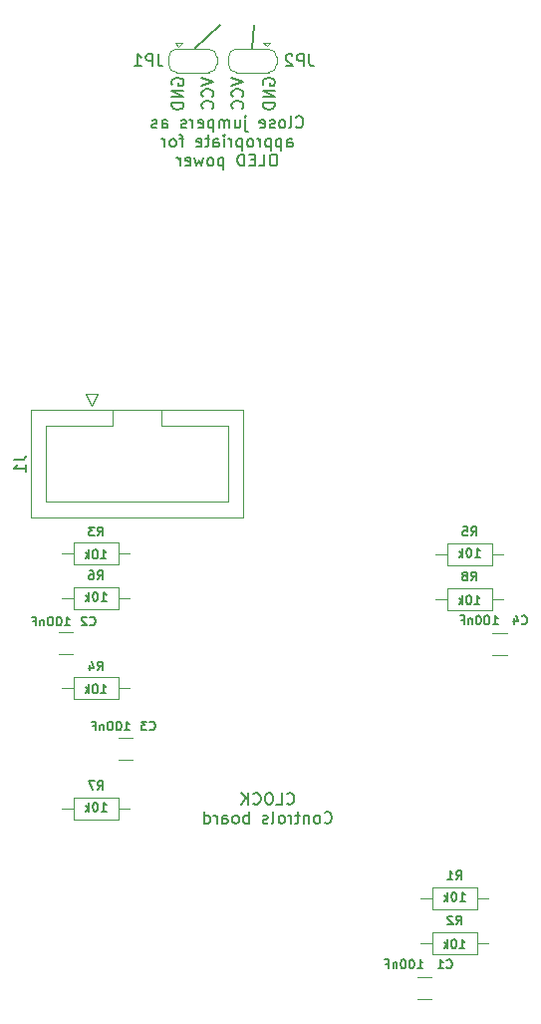
<source format=gbo>
G04 #@! TF.GenerationSoftware,KiCad,Pcbnew,6.0.7-f9a2dced07~116~ubuntu22.04.1*
G04 #@! TF.CreationDate,2022-09-03T08:45:22-04:00*
G04 #@! TF.ProjectId,clock_b2,636c6f63-6b5f-4623-922e-6b696361645f,rev?*
G04 #@! TF.SameCoordinates,Original*
G04 #@! TF.FileFunction,Legend,Bot*
G04 #@! TF.FilePolarity,Positive*
%FSLAX46Y46*%
G04 Gerber Fmt 4.6, Leading zero omitted, Abs format (unit mm)*
G04 Created by KiCad (PCBNEW 6.0.7-f9a2dced07~116~ubuntu22.04.1) date 2022-09-03 08:45:22*
%MOMM*%
%LPD*%
G01*
G04 APERTURE LIST*
%ADD10C,0.150000*%
%ADD11C,0.120000*%
G04 APERTURE END LIST*
D10*
X36415000Y-21090000D02*
X36572000Y-19042000D01*
X31492000Y-21074000D02*
X33651000Y-19042000D01*
X37342000Y-24122095D02*
X37294380Y-24026857D01*
X37294380Y-23884000D01*
X37342000Y-23741142D01*
X37437238Y-23645904D01*
X37532476Y-23598285D01*
X37722952Y-23550666D01*
X37865809Y-23550666D01*
X38056285Y-23598285D01*
X38151523Y-23645904D01*
X38246761Y-23741142D01*
X38294380Y-23884000D01*
X38294380Y-23979238D01*
X38246761Y-24122095D01*
X38199142Y-24169714D01*
X37865809Y-24169714D01*
X37865809Y-23979238D01*
X38294380Y-24598285D02*
X37294380Y-24598285D01*
X38294380Y-25169714D01*
X37294380Y-25169714D01*
X38294380Y-25645904D02*
X37294380Y-25645904D01*
X37294380Y-25884000D01*
X37342000Y-26026857D01*
X37437238Y-26122095D01*
X37532476Y-26169714D01*
X37722952Y-26217333D01*
X37865809Y-26217333D01*
X38056285Y-26169714D01*
X38151523Y-26122095D01*
X38246761Y-26026857D01*
X38294380Y-25884000D01*
X38294380Y-25645904D01*
X34627380Y-23550666D02*
X35627380Y-23884000D01*
X34627380Y-24217333D01*
X35532142Y-25122095D02*
X35579761Y-25074476D01*
X35627380Y-24931619D01*
X35627380Y-24836380D01*
X35579761Y-24693523D01*
X35484523Y-24598285D01*
X35389285Y-24550666D01*
X35198809Y-24503047D01*
X35055952Y-24503047D01*
X34865476Y-24550666D01*
X34770238Y-24598285D01*
X34675000Y-24693523D01*
X34627380Y-24836380D01*
X34627380Y-24931619D01*
X34675000Y-25074476D01*
X34722619Y-25122095D01*
X35532142Y-26122095D02*
X35579761Y-26074476D01*
X35627380Y-25931619D01*
X35627380Y-25836380D01*
X35579761Y-25693523D01*
X35484523Y-25598285D01*
X35389285Y-25550666D01*
X35198809Y-25503047D01*
X35055952Y-25503047D01*
X34865476Y-25550666D01*
X34770238Y-25598285D01*
X34675000Y-25693523D01*
X34627380Y-25836380D01*
X34627380Y-25931619D01*
X34675000Y-26074476D01*
X34722619Y-26122095D01*
X29595000Y-24122095D02*
X29547380Y-24026857D01*
X29547380Y-23884000D01*
X29595000Y-23741142D01*
X29690238Y-23645904D01*
X29785476Y-23598285D01*
X29975952Y-23550666D01*
X30118809Y-23550666D01*
X30309285Y-23598285D01*
X30404523Y-23645904D01*
X30499761Y-23741142D01*
X30547380Y-23884000D01*
X30547380Y-23979238D01*
X30499761Y-24122095D01*
X30452142Y-24169714D01*
X30118809Y-24169714D01*
X30118809Y-23979238D01*
X30547380Y-24598285D02*
X29547380Y-24598285D01*
X30547380Y-25169714D01*
X29547380Y-25169714D01*
X30547380Y-25645904D02*
X29547380Y-25645904D01*
X29547380Y-25884000D01*
X29595000Y-26026857D01*
X29690238Y-26122095D01*
X29785476Y-26169714D01*
X29975952Y-26217333D01*
X30118809Y-26217333D01*
X30309285Y-26169714D01*
X30404523Y-26122095D01*
X30499761Y-26026857D01*
X30547380Y-25884000D01*
X30547380Y-25645904D01*
X39334047Y-85142142D02*
X39381666Y-85189761D01*
X39524523Y-85237380D01*
X39619761Y-85237380D01*
X39762619Y-85189761D01*
X39857857Y-85094523D01*
X39905476Y-84999285D01*
X39953095Y-84808809D01*
X39953095Y-84665952D01*
X39905476Y-84475476D01*
X39857857Y-84380238D01*
X39762619Y-84285000D01*
X39619761Y-84237380D01*
X39524523Y-84237380D01*
X39381666Y-84285000D01*
X39334047Y-84332619D01*
X38429285Y-85237380D02*
X38905476Y-85237380D01*
X38905476Y-84237380D01*
X37905476Y-84237380D02*
X37715000Y-84237380D01*
X37619761Y-84285000D01*
X37524523Y-84380238D01*
X37476904Y-84570714D01*
X37476904Y-84904047D01*
X37524523Y-85094523D01*
X37619761Y-85189761D01*
X37715000Y-85237380D01*
X37905476Y-85237380D01*
X38000714Y-85189761D01*
X38095952Y-85094523D01*
X38143571Y-84904047D01*
X38143571Y-84570714D01*
X38095952Y-84380238D01*
X38000714Y-84285000D01*
X37905476Y-84237380D01*
X36476904Y-85142142D02*
X36524523Y-85189761D01*
X36667380Y-85237380D01*
X36762619Y-85237380D01*
X36905476Y-85189761D01*
X37000714Y-85094523D01*
X37048333Y-84999285D01*
X37095952Y-84808809D01*
X37095952Y-84665952D01*
X37048333Y-84475476D01*
X37000714Y-84380238D01*
X36905476Y-84285000D01*
X36762619Y-84237380D01*
X36667380Y-84237380D01*
X36524523Y-84285000D01*
X36476904Y-84332619D01*
X36048333Y-85237380D02*
X36048333Y-84237380D01*
X35476904Y-85237380D02*
X35905476Y-84665952D01*
X35476904Y-84237380D02*
X36048333Y-84808809D01*
X42524523Y-86752142D02*
X42572142Y-86799761D01*
X42715000Y-86847380D01*
X42810238Y-86847380D01*
X42953095Y-86799761D01*
X43048333Y-86704523D01*
X43095952Y-86609285D01*
X43143571Y-86418809D01*
X43143571Y-86275952D01*
X43095952Y-86085476D01*
X43048333Y-85990238D01*
X42953095Y-85895000D01*
X42810238Y-85847380D01*
X42715000Y-85847380D01*
X42572142Y-85895000D01*
X42524523Y-85942619D01*
X41953095Y-86847380D02*
X42048333Y-86799761D01*
X42095952Y-86752142D01*
X42143571Y-86656904D01*
X42143571Y-86371190D01*
X42095952Y-86275952D01*
X42048333Y-86228333D01*
X41953095Y-86180714D01*
X41810238Y-86180714D01*
X41715000Y-86228333D01*
X41667380Y-86275952D01*
X41619761Y-86371190D01*
X41619761Y-86656904D01*
X41667380Y-86752142D01*
X41715000Y-86799761D01*
X41810238Y-86847380D01*
X41953095Y-86847380D01*
X41191190Y-86180714D02*
X41191190Y-86847380D01*
X41191190Y-86275952D02*
X41143571Y-86228333D01*
X41048333Y-86180714D01*
X40905476Y-86180714D01*
X40810238Y-86228333D01*
X40762619Y-86323571D01*
X40762619Y-86847380D01*
X40429285Y-86180714D02*
X40048333Y-86180714D01*
X40286428Y-85847380D02*
X40286428Y-86704523D01*
X40238809Y-86799761D01*
X40143571Y-86847380D01*
X40048333Y-86847380D01*
X39715000Y-86847380D02*
X39715000Y-86180714D01*
X39715000Y-86371190D02*
X39667380Y-86275952D01*
X39619761Y-86228333D01*
X39524523Y-86180714D01*
X39429285Y-86180714D01*
X38953095Y-86847380D02*
X39048333Y-86799761D01*
X39095952Y-86752142D01*
X39143571Y-86656904D01*
X39143571Y-86371190D01*
X39095952Y-86275952D01*
X39048333Y-86228333D01*
X38953095Y-86180714D01*
X38810238Y-86180714D01*
X38715000Y-86228333D01*
X38667380Y-86275952D01*
X38619761Y-86371190D01*
X38619761Y-86656904D01*
X38667380Y-86752142D01*
X38715000Y-86799761D01*
X38810238Y-86847380D01*
X38953095Y-86847380D01*
X38048333Y-86847380D02*
X38143571Y-86799761D01*
X38191190Y-86704523D01*
X38191190Y-85847380D01*
X37715000Y-86799761D02*
X37619761Y-86847380D01*
X37429285Y-86847380D01*
X37334047Y-86799761D01*
X37286428Y-86704523D01*
X37286428Y-86656904D01*
X37334047Y-86561666D01*
X37429285Y-86514047D01*
X37572142Y-86514047D01*
X37667380Y-86466428D01*
X37715000Y-86371190D01*
X37715000Y-86323571D01*
X37667380Y-86228333D01*
X37572142Y-86180714D01*
X37429285Y-86180714D01*
X37334047Y-86228333D01*
X36095952Y-86847380D02*
X36095952Y-85847380D01*
X36095952Y-86228333D02*
X36000714Y-86180714D01*
X35810238Y-86180714D01*
X35715000Y-86228333D01*
X35667380Y-86275952D01*
X35619761Y-86371190D01*
X35619761Y-86656904D01*
X35667380Y-86752142D01*
X35715000Y-86799761D01*
X35810238Y-86847380D01*
X36000714Y-86847380D01*
X36095952Y-86799761D01*
X35048333Y-86847380D02*
X35143571Y-86799761D01*
X35191190Y-86752142D01*
X35238809Y-86656904D01*
X35238809Y-86371190D01*
X35191190Y-86275952D01*
X35143571Y-86228333D01*
X35048333Y-86180714D01*
X34905476Y-86180714D01*
X34810238Y-86228333D01*
X34762619Y-86275952D01*
X34715000Y-86371190D01*
X34715000Y-86656904D01*
X34762619Y-86752142D01*
X34810238Y-86799761D01*
X34905476Y-86847380D01*
X35048333Y-86847380D01*
X33857857Y-86847380D02*
X33857857Y-86323571D01*
X33905476Y-86228333D01*
X34000714Y-86180714D01*
X34191190Y-86180714D01*
X34286428Y-86228333D01*
X33857857Y-86799761D02*
X33953095Y-86847380D01*
X34191190Y-86847380D01*
X34286428Y-86799761D01*
X34334047Y-86704523D01*
X34334047Y-86609285D01*
X34286428Y-86514047D01*
X34191190Y-86466428D01*
X33953095Y-86466428D01*
X33857857Y-86418809D01*
X33381666Y-86847380D02*
X33381666Y-86180714D01*
X33381666Y-86371190D02*
X33334047Y-86275952D01*
X33286428Y-86228333D01*
X33191190Y-86180714D01*
X33095952Y-86180714D01*
X32334047Y-86847380D02*
X32334047Y-85847380D01*
X32334047Y-86799761D02*
X32429285Y-86847380D01*
X32619761Y-86847380D01*
X32715000Y-86799761D01*
X32762619Y-86752142D01*
X32810238Y-86656904D01*
X32810238Y-86371190D01*
X32762619Y-86275952D01*
X32715000Y-86228333D01*
X32619761Y-86180714D01*
X32429285Y-86180714D01*
X32334047Y-86228333D01*
X32087380Y-23550666D02*
X33087380Y-23884000D01*
X32087380Y-24217333D01*
X32992142Y-25122095D02*
X33039761Y-25074476D01*
X33087380Y-24931619D01*
X33087380Y-24836380D01*
X33039761Y-24693523D01*
X32944523Y-24598285D01*
X32849285Y-24550666D01*
X32658809Y-24503047D01*
X32515952Y-24503047D01*
X32325476Y-24550666D01*
X32230238Y-24598285D01*
X32135000Y-24693523D01*
X32087380Y-24836380D01*
X32087380Y-24931619D01*
X32135000Y-25074476D01*
X32182619Y-25122095D01*
X32992142Y-26122095D02*
X33039761Y-26074476D01*
X33087380Y-25931619D01*
X33087380Y-25836380D01*
X33039761Y-25693523D01*
X32944523Y-25598285D01*
X32849285Y-25550666D01*
X32658809Y-25503047D01*
X32515952Y-25503047D01*
X32325476Y-25550666D01*
X32230238Y-25598285D01*
X32135000Y-25693523D01*
X32087380Y-25836380D01*
X32087380Y-25931619D01*
X32135000Y-26074476D01*
X32182619Y-26122095D01*
X40095523Y-27695142D02*
X40143142Y-27742761D01*
X40286000Y-27790380D01*
X40381238Y-27790380D01*
X40524095Y-27742761D01*
X40619333Y-27647523D01*
X40666952Y-27552285D01*
X40714571Y-27361809D01*
X40714571Y-27218952D01*
X40666952Y-27028476D01*
X40619333Y-26933238D01*
X40524095Y-26838000D01*
X40381238Y-26790380D01*
X40286000Y-26790380D01*
X40143142Y-26838000D01*
X40095523Y-26885619D01*
X39524095Y-27790380D02*
X39619333Y-27742761D01*
X39666952Y-27647523D01*
X39666952Y-26790380D01*
X39000285Y-27790380D02*
X39095523Y-27742761D01*
X39143142Y-27695142D01*
X39190761Y-27599904D01*
X39190761Y-27314190D01*
X39143142Y-27218952D01*
X39095523Y-27171333D01*
X39000285Y-27123714D01*
X38857428Y-27123714D01*
X38762190Y-27171333D01*
X38714571Y-27218952D01*
X38666952Y-27314190D01*
X38666952Y-27599904D01*
X38714571Y-27695142D01*
X38762190Y-27742761D01*
X38857428Y-27790380D01*
X39000285Y-27790380D01*
X38286000Y-27742761D02*
X38190761Y-27790380D01*
X38000285Y-27790380D01*
X37905047Y-27742761D01*
X37857428Y-27647523D01*
X37857428Y-27599904D01*
X37905047Y-27504666D01*
X38000285Y-27457047D01*
X38143142Y-27457047D01*
X38238380Y-27409428D01*
X38286000Y-27314190D01*
X38286000Y-27266571D01*
X38238380Y-27171333D01*
X38143142Y-27123714D01*
X38000285Y-27123714D01*
X37905047Y-27171333D01*
X37047904Y-27742761D02*
X37143142Y-27790380D01*
X37333619Y-27790380D01*
X37428857Y-27742761D01*
X37476476Y-27647523D01*
X37476476Y-27266571D01*
X37428857Y-27171333D01*
X37333619Y-27123714D01*
X37143142Y-27123714D01*
X37047904Y-27171333D01*
X37000285Y-27266571D01*
X37000285Y-27361809D01*
X37476476Y-27457047D01*
X35809809Y-27123714D02*
X35809809Y-27980857D01*
X35857428Y-28076095D01*
X35952666Y-28123714D01*
X36000285Y-28123714D01*
X35809809Y-26790380D02*
X35857428Y-26838000D01*
X35809809Y-26885619D01*
X35762190Y-26838000D01*
X35809809Y-26790380D01*
X35809809Y-26885619D01*
X34905047Y-27123714D02*
X34905047Y-27790380D01*
X35333619Y-27123714D02*
X35333619Y-27647523D01*
X35286000Y-27742761D01*
X35190761Y-27790380D01*
X35047904Y-27790380D01*
X34952666Y-27742761D01*
X34905047Y-27695142D01*
X34428857Y-27790380D02*
X34428857Y-27123714D01*
X34428857Y-27218952D02*
X34381238Y-27171333D01*
X34286000Y-27123714D01*
X34143142Y-27123714D01*
X34047904Y-27171333D01*
X34000285Y-27266571D01*
X34000285Y-27790380D01*
X34000285Y-27266571D02*
X33952666Y-27171333D01*
X33857428Y-27123714D01*
X33714571Y-27123714D01*
X33619333Y-27171333D01*
X33571714Y-27266571D01*
X33571714Y-27790380D01*
X33095523Y-27123714D02*
X33095523Y-28123714D01*
X33095523Y-27171333D02*
X33000285Y-27123714D01*
X32809809Y-27123714D01*
X32714571Y-27171333D01*
X32666952Y-27218952D01*
X32619333Y-27314190D01*
X32619333Y-27599904D01*
X32666952Y-27695142D01*
X32714571Y-27742761D01*
X32809809Y-27790380D01*
X33000285Y-27790380D01*
X33095523Y-27742761D01*
X31809809Y-27742761D02*
X31905047Y-27790380D01*
X32095523Y-27790380D01*
X32190761Y-27742761D01*
X32238380Y-27647523D01*
X32238380Y-27266571D01*
X32190761Y-27171333D01*
X32095523Y-27123714D01*
X31905047Y-27123714D01*
X31809809Y-27171333D01*
X31762190Y-27266571D01*
X31762190Y-27361809D01*
X32238380Y-27457047D01*
X31333619Y-27790380D02*
X31333619Y-27123714D01*
X31333619Y-27314190D02*
X31286000Y-27218952D01*
X31238380Y-27171333D01*
X31143142Y-27123714D01*
X31047904Y-27123714D01*
X30762190Y-27742761D02*
X30666952Y-27790380D01*
X30476476Y-27790380D01*
X30381238Y-27742761D01*
X30333619Y-27647523D01*
X30333619Y-27599904D01*
X30381238Y-27504666D01*
X30476476Y-27457047D01*
X30619333Y-27457047D01*
X30714571Y-27409428D01*
X30762190Y-27314190D01*
X30762190Y-27266571D01*
X30714571Y-27171333D01*
X30619333Y-27123714D01*
X30476476Y-27123714D01*
X30381238Y-27171333D01*
X28714571Y-27790380D02*
X28714571Y-27266571D01*
X28762190Y-27171333D01*
X28857428Y-27123714D01*
X29047904Y-27123714D01*
X29143142Y-27171333D01*
X28714571Y-27742761D02*
X28809809Y-27790380D01*
X29047904Y-27790380D01*
X29143142Y-27742761D01*
X29190761Y-27647523D01*
X29190761Y-27552285D01*
X29143142Y-27457047D01*
X29047904Y-27409428D01*
X28809809Y-27409428D01*
X28714571Y-27361809D01*
X28286000Y-27742761D02*
X28190761Y-27790380D01*
X28000285Y-27790380D01*
X27905047Y-27742761D01*
X27857428Y-27647523D01*
X27857428Y-27599904D01*
X27905047Y-27504666D01*
X28000285Y-27457047D01*
X28143142Y-27457047D01*
X28238380Y-27409428D01*
X28286000Y-27314190D01*
X28286000Y-27266571D01*
X28238380Y-27171333D01*
X28143142Y-27123714D01*
X28000285Y-27123714D01*
X27905047Y-27171333D01*
X39333619Y-29400380D02*
X39333619Y-28876571D01*
X39381238Y-28781333D01*
X39476476Y-28733714D01*
X39666952Y-28733714D01*
X39762190Y-28781333D01*
X39333619Y-29352761D02*
X39428857Y-29400380D01*
X39666952Y-29400380D01*
X39762190Y-29352761D01*
X39809809Y-29257523D01*
X39809809Y-29162285D01*
X39762190Y-29067047D01*
X39666952Y-29019428D01*
X39428857Y-29019428D01*
X39333619Y-28971809D01*
X38857428Y-28733714D02*
X38857428Y-29733714D01*
X38857428Y-28781333D02*
X38762190Y-28733714D01*
X38571714Y-28733714D01*
X38476476Y-28781333D01*
X38428857Y-28828952D01*
X38381238Y-28924190D01*
X38381238Y-29209904D01*
X38428857Y-29305142D01*
X38476476Y-29352761D01*
X38571714Y-29400380D01*
X38762190Y-29400380D01*
X38857428Y-29352761D01*
X37952666Y-28733714D02*
X37952666Y-29733714D01*
X37952666Y-28781333D02*
X37857428Y-28733714D01*
X37666952Y-28733714D01*
X37571714Y-28781333D01*
X37524095Y-28828952D01*
X37476476Y-28924190D01*
X37476476Y-29209904D01*
X37524095Y-29305142D01*
X37571714Y-29352761D01*
X37666952Y-29400380D01*
X37857428Y-29400380D01*
X37952666Y-29352761D01*
X37047904Y-29400380D02*
X37047904Y-28733714D01*
X37047904Y-28924190D02*
X37000285Y-28828952D01*
X36952666Y-28781333D01*
X36857428Y-28733714D01*
X36762190Y-28733714D01*
X36286000Y-29400380D02*
X36381238Y-29352761D01*
X36428857Y-29305142D01*
X36476476Y-29209904D01*
X36476476Y-28924190D01*
X36428857Y-28828952D01*
X36381238Y-28781333D01*
X36286000Y-28733714D01*
X36143142Y-28733714D01*
X36047904Y-28781333D01*
X36000285Y-28828952D01*
X35952666Y-28924190D01*
X35952666Y-29209904D01*
X36000285Y-29305142D01*
X36047904Y-29352761D01*
X36143142Y-29400380D01*
X36286000Y-29400380D01*
X35524095Y-28733714D02*
X35524095Y-29733714D01*
X35524095Y-28781333D02*
X35428857Y-28733714D01*
X35238380Y-28733714D01*
X35143142Y-28781333D01*
X35095523Y-28828952D01*
X35047904Y-28924190D01*
X35047904Y-29209904D01*
X35095523Y-29305142D01*
X35143142Y-29352761D01*
X35238380Y-29400380D01*
X35428857Y-29400380D01*
X35524095Y-29352761D01*
X34619333Y-29400380D02*
X34619333Y-28733714D01*
X34619333Y-28924190D02*
X34571714Y-28828952D01*
X34524095Y-28781333D01*
X34428857Y-28733714D01*
X34333619Y-28733714D01*
X34000285Y-29400380D02*
X34000285Y-28733714D01*
X34000285Y-28400380D02*
X34047904Y-28448000D01*
X34000285Y-28495619D01*
X33952666Y-28448000D01*
X34000285Y-28400380D01*
X34000285Y-28495619D01*
X33095523Y-29400380D02*
X33095523Y-28876571D01*
X33143142Y-28781333D01*
X33238380Y-28733714D01*
X33428857Y-28733714D01*
X33524095Y-28781333D01*
X33095523Y-29352761D02*
X33190761Y-29400380D01*
X33428857Y-29400380D01*
X33524095Y-29352761D01*
X33571714Y-29257523D01*
X33571714Y-29162285D01*
X33524095Y-29067047D01*
X33428857Y-29019428D01*
X33190761Y-29019428D01*
X33095523Y-28971809D01*
X32762190Y-28733714D02*
X32381238Y-28733714D01*
X32619333Y-28400380D02*
X32619333Y-29257523D01*
X32571714Y-29352761D01*
X32476476Y-29400380D01*
X32381238Y-29400380D01*
X31666952Y-29352761D02*
X31762190Y-29400380D01*
X31952666Y-29400380D01*
X32047904Y-29352761D01*
X32095523Y-29257523D01*
X32095523Y-28876571D01*
X32047904Y-28781333D01*
X31952666Y-28733714D01*
X31762190Y-28733714D01*
X31666952Y-28781333D01*
X31619333Y-28876571D01*
X31619333Y-28971809D01*
X32095523Y-29067047D01*
X30571714Y-28733714D02*
X30190761Y-28733714D01*
X30428857Y-29400380D02*
X30428857Y-28543238D01*
X30381238Y-28448000D01*
X30286000Y-28400380D01*
X30190761Y-28400380D01*
X29714571Y-29400380D02*
X29809809Y-29352761D01*
X29857428Y-29305142D01*
X29905047Y-29209904D01*
X29905047Y-28924190D01*
X29857428Y-28828952D01*
X29809809Y-28781333D01*
X29714571Y-28733714D01*
X29571714Y-28733714D01*
X29476476Y-28781333D01*
X29428857Y-28828952D01*
X29381238Y-28924190D01*
X29381238Y-29209904D01*
X29428857Y-29305142D01*
X29476476Y-29352761D01*
X29571714Y-29400380D01*
X29714571Y-29400380D01*
X28952666Y-29400380D02*
X28952666Y-28733714D01*
X28952666Y-28924190D02*
X28905047Y-28828952D01*
X28857428Y-28781333D01*
X28762190Y-28733714D01*
X28666952Y-28733714D01*
X38286000Y-30010380D02*
X38095523Y-30010380D01*
X38000285Y-30058000D01*
X37905047Y-30153238D01*
X37857428Y-30343714D01*
X37857428Y-30677047D01*
X37905047Y-30867523D01*
X38000285Y-30962761D01*
X38095523Y-31010380D01*
X38286000Y-31010380D01*
X38381238Y-30962761D01*
X38476476Y-30867523D01*
X38524095Y-30677047D01*
X38524095Y-30343714D01*
X38476476Y-30153238D01*
X38381238Y-30058000D01*
X38286000Y-30010380D01*
X36952666Y-31010380D02*
X37428857Y-31010380D01*
X37428857Y-30010380D01*
X36619333Y-30486571D02*
X36286000Y-30486571D01*
X36143142Y-31010380D02*
X36619333Y-31010380D01*
X36619333Y-30010380D01*
X36143142Y-30010380D01*
X35714571Y-31010380D02*
X35714571Y-30010380D01*
X35476476Y-30010380D01*
X35333619Y-30058000D01*
X35238380Y-30153238D01*
X35190761Y-30248476D01*
X35143142Y-30438952D01*
X35143142Y-30581809D01*
X35190761Y-30772285D01*
X35238380Y-30867523D01*
X35333619Y-30962761D01*
X35476476Y-31010380D01*
X35714571Y-31010380D01*
X33952666Y-30343714D02*
X33952666Y-31343714D01*
X33952666Y-30391333D02*
X33857428Y-30343714D01*
X33666952Y-30343714D01*
X33571714Y-30391333D01*
X33524095Y-30438952D01*
X33476476Y-30534190D01*
X33476476Y-30819904D01*
X33524095Y-30915142D01*
X33571714Y-30962761D01*
X33666952Y-31010380D01*
X33857428Y-31010380D01*
X33952666Y-30962761D01*
X32905047Y-31010380D02*
X33000285Y-30962761D01*
X33047904Y-30915142D01*
X33095523Y-30819904D01*
X33095523Y-30534190D01*
X33047904Y-30438952D01*
X33000285Y-30391333D01*
X32905047Y-30343714D01*
X32762190Y-30343714D01*
X32666952Y-30391333D01*
X32619333Y-30438952D01*
X32571714Y-30534190D01*
X32571714Y-30819904D01*
X32619333Y-30915142D01*
X32666952Y-30962761D01*
X32762190Y-31010380D01*
X32905047Y-31010380D01*
X32238380Y-30343714D02*
X32047904Y-31010380D01*
X31857428Y-30534190D01*
X31666952Y-31010380D01*
X31476476Y-30343714D01*
X30714571Y-30962761D02*
X30809809Y-31010380D01*
X31000285Y-31010380D01*
X31095523Y-30962761D01*
X31143142Y-30867523D01*
X31143142Y-30486571D01*
X31095523Y-30391333D01*
X31000285Y-30343714D01*
X30809809Y-30343714D01*
X30714571Y-30391333D01*
X30666952Y-30486571D01*
X30666952Y-30581809D01*
X31143142Y-30677047D01*
X30238380Y-31010380D02*
X30238380Y-30343714D01*
X30238380Y-30534190D02*
X30190761Y-30438952D01*
X30143142Y-30391333D01*
X30047904Y-30343714D01*
X29952666Y-30343714D01*
G04 #@! TO.C,J1*
X16122380Y-55966666D02*
X16836666Y-55966666D01*
X16979523Y-55919047D01*
X17074761Y-55823809D01*
X17122380Y-55680952D01*
X17122380Y-55585714D01*
X17122380Y-56966666D02*
X17122380Y-56395238D01*
X17122380Y-56680952D02*
X16122380Y-56680952D01*
X16265238Y-56585714D01*
X16360476Y-56490476D01*
X16408095Y-56395238D01*
G04 #@! TO.C,R6*
X23225000Y-66149285D02*
X23475000Y-65792142D01*
X23653571Y-66149285D02*
X23653571Y-65399285D01*
X23367857Y-65399285D01*
X23296428Y-65435000D01*
X23260714Y-65470714D01*
X23225000Y-65542142D01*
X23225000Y-65649285D01*
X23260714Y-65720714D01*
X23296428Y-65756428D01*
X23367857Y-65792142D01*
X23653571Y-65792142D01*
X22582142Y-65399285D02*
X22725000Y-65399285D01*
X22796428Y-65435000D01*
X22832142Y-65470714D01*
X22903571Y-65577857D01*
X22939285Y-65720714D01*
X22939285Y-66006428D01*
X22903571Y-66077857D01*
X22867857Y-66113571D01*
X22796428Y-66149285D01*
X22653571Y-66149285D01*
X22582142Y-66113571D01*
X22546428Y-66077857D01*
X22510714Y-66006428D01*
X22510714Y-65827857D01*
X22546428Y-65756428D01*
X22582142Y-65720714D01*
X22653571Y-65685000D01*
X22796428Y-65685000D01*
X22867857Y-65720714D01*
X22903571Y-65756428D01*
X22939285Y-65827857D01*
X23556428Y-67969285D02*
X23985000Y-67969285D01*
X23770714Y-67969285D02*
X23770714Y-67219285D01*
X23842142Y-67326428D01*
X23913571Y-67397857D01*
X23985000Y-67433571D01*
X23092142Y-67219285D02*
X23020714Y-67219285D01*
X22949285Y-67255000D01*
X22913571Y-67290714D01*
X22877857Y-67362142D01*
X22842142Y-67505000D01*
X22842142Y-67683571D01*
X22877857Y-67826428D01*
X22913571Y-67897857D01*
X22949285Y-67933571D01*
X23020714Y-67969285D01*
X23092142Y-67969285D01*
X23163571Y-67933571D01*
X23199285Y-67897857D01*
X23235000Y-67826428D01*
X23270714Y-67683571D01*
X23270714Y-67505000D01*
X23235000Y-67362142D01*
X23199285Y-67290714D01*
X23163571Y-67255000D01*
X23092142Y-67219285D01*
X22520714Y-67969285D02*
X22520714Y-67219285D01*
X22449285Y-67683571D02*
X22235000Y-67969285D01*
X22235000Y-67469285D02*
X22520714Y-67755000D01*
G04 #@! TO.C,C1*
X52895000Y-99097857D02*
X52930714Y-99133571D01*
X53037857Y-99169285D01*
X53109285Y-99169285D01*
X53216428Y-99133571D01*
X53287857Y-99062142D01*
X53323571Y-98990714D01*
X53359285Y-98847857D01*
X53359285Y-98740714D01*
X53323571Y-98597857D01*
X53287857Y-98526428D01*
X53216428Y-98455000D01*
X53109285Y-98419285D01*
X53037857Y-98419285D01*
X52930714Y-98455000D01*
X52895000Y-98490714D01*
X52180714Y-99169285D02*
X52609285Y-99169285D01*
X52395000Y-99169285D02*
X52395000Y-98419285D01*
X52466428Y-98526428D01*
X52537857Y-98597857D01*
X52609285Y-98633571D01*
X50430714Y-99169285D02*
X50859285Y-99169285D01*
X50645000Y-99169285D02*
X50645000Y-98419285D01*
X50716428Y-98526428D01*
X50787857Y-98597857D01*
X50859285Y-98633571D01*
X49966428Y-98419285D02*
X49895000Y-98419285D01*
X49823571Y-98455000D01*
X49787857Y-98490714D01*
X49752142Y-98562142D01*
X49716428Y-98705000D01*
X49716428Y-98883571D01*
X49752142Y-99026428D01*
X49787857Y-99097857D01*
X49823571Y-99133571D01*
X49895000Y-99169285D01*
X49966428Y-99169285D01*
X50037857Y-99133571D01*
X50073571Y-99097857D01*
X50109285Y-99026428D01*
X50145000Y-98883571D01*
X50145000Y-98705000D01*
X50109285Y-98562142D01*
X50073571Y-98490714D01*
X50037857Y-98455000D01*
X49966428Y-98419285D01*
X49252142Y-98419285D02*
X49180714Y-98419285D01*
X49109285Y-98455000D01*
X49073571Y-98490714D01*
X49037857Y-98562142D01*
X49002142Y-98705000D01*
X49002142Y-98883571D01*
X49037857Y-99026428D01*
X49073571Y-99097857D01*
X49109285Y-99133571D01*
X49180714Y-99169285D01*
X49252142Y-99169285D01*
X49323571Y-99133571D01*
X49359285Y-99097857D01*
X49395000Y-99026428D01*
X49430714Y-98883571D01*
X49430714Y-98705000D01*
X49395000Y-98562142D01*
X49359285Y-98490714D01*
X49323571Y-98455000D01*
X49252142Y-98419285D01*
X48680714Y-98669285D02*
X48680714Y-99169285D01*
X48680714Y-98740714D02*
X48645000Y-98705000D01*
X48573571Y-98669285D01*
X48466428Y-98669285D01*
X48395000Y-98705000D01*
X48359285Y-98776428D01*
X48359285Y-99169285D01*
X47752142Y-98776428D02*
X48002142Y-98776428D01*
X48002142Y-99169285D02*
X48002142Y-98419285D01*
X47645000Y-98419285D01*
G04 #@! TO.C,JP2*
X41215333Y-21542380D02*
X41215333Y-22256666D01*
X41262952Y-22399523D01*
X41358190Y-22494761D01*
X41501047Y-22542380D01*
X41596285Y-22542380D01*
X40739142Y-22542380D02*
X40739142Y-21542380D01*
X40358190Y-21542380D01*
X40262952Y-21590000D01*
X40215333Y-21637619D01*
X40167714Y-21732857D01*
X40167714Y-21875714D01*
X40215333Y-21970952D01*
X40262952Y-22018571D01*
X40358190Y-22066190D01*
X40739142Y-22066190D01*
X39786761Y-21637619D02*
X39739142Y-21590000D01*
X39643904Y-21542380D01*
X39405809Y-21542380D01*
X39310571Y-21590000D01*
X39262952Y-21637619D01*
X39215333Y-21732857D01*
X39215333Y-21828095D01*
X39262952Y-21970952D01*
X39834380Y-22542380D01*
X39215333Y-22542380D01*
G04 #@! TO.C,JP1*
X28388333Y-21542380D02*
X28388333Y-22256666D01*
X28435952Y-22399523D01*
X28531190Y-22494761D01*
X28674047Y-22542380D01*
X28769285Y-22542380D01*
X27912142Y-22542380D02*
X27912142Y-21542380D01*
X27531190Y-21542380D01*
X27435952Y-21590000D01*
X27388333Y-21637619D01*
X27340714Y-21732857D01*
X27340714Y-21875714D01*
X27388333Y-21970952D01*
X27435952Y-22018571D01*
X27531190Y-22066190D01*
X27912142Y-22066190D01*
X26388333Y-22542380D02*
X26959761Y-22542380D01*
X26674047Y-22542380D02*
X26674047Y-21542380D01*
X26769285Y-21685238D01*
X26864523Y-21780476D01*
X26959761Y-21828095D01*
G04 #@! TO.C,R8*
X54975000Y-66244285D02*
X55225000Y-65887142D01*
X55403571Y-66244285D02*
X55403571Y-65494285D01*
X55117857Y-65494285D01*
X55046428Y-65530000D01*
X55010714Y-65565714D01*
X54975000Y-65637142D01*
X54975000Y-65744285D01*
X55010714Y-65815714D01*
X55046428Y-65851428D01*
X55117857Y-65887142D01*
X55403571Y-65887142D01*
X54546428Y-65815714D02*
X54617857Y-65780000D01*
X54653571Y-65744285D01*
X54689285Y-65672857D01*
X54689285Y-65637142D01*
X54653571Y-65565714D01*
X54617857Y-65530000D01*
X54546428Y-65494285D01*
X54403571Y-65494285D01*
X54332142Y-65530000D01*
X54296428Y-65565714D01*
X54260714Y-65637142D01*
X54260714Y-65672857D01*
X54296428Y-65744285D01*
X54332142Y-65780000D01*
X54403571Y-65815714D01*
X54546428Y-65815714D01*
X54617857Y-65851428D01*
X54653571Y-65887142D01*
X54689285Y-65958571D01*
X54689285Y-66101428D01*
X54653571Y-66172857D01*
X54617857Y-66208571D01*
X54546428Y-66244285D01*
X54403571Y-66244285D01*
X54332142Y-66208571D01*
X54296428Y-66172857D01*
X54260714Y-66101428D01*
X54260714Y-65958571D01*
X54296428Y-65887142D01*
X54332142Y-65851428D01*
X54403571Y-65815714D01*
X55286428Y-68249285D02*
X55715000Y-68249285D01*
X55500714Y-68249285D02*
X55500714Y-67499285D01*
X55572142Y-67606428D01*
X55643571Y-67677857D01*
X55715000Y-67713571D01*
X54822142Y-67499285D02*
X54750714Y-67499285D01*
X54679285Y-67535000D01*
X54643571Y-67570714D01*
X54607857Y-67642142D01*
X54572142Y-67785000D01*
X54572142Y-67963571D01*
X54607857Y-68106428D01*
X54643571Y-68177857D01*
X54679285Y-68213571D01*
X54750714Y-68249285D01*
X54822142Y-68249285D01*
X54893571Y-68213571D01*
X54929285Y-68177857D01*
X54965000Y-68106428D01*
X55000714Y-67963571D01*
X55000714Y-67785000D01*
X54965000Y-67642142D01*
X54929285Y-67570714D01*
X54893571Y-67535000D01*
X54822142Y-67499285D01*
X54250714Y-68249285D02*
X54250714Y-67499285D01*
X54179285Y-67963571D02*
X53965000Y-68249285D01*
X53965000Y-67749285D02*
X54250714Y-68035000D01*
G04 #@! TO.C,R7*
X23225000Y-84009285D02*
X23475000Y-83652142D01*
X23653571Y-84009285D02*
X23653571Y-83259285D01*
X23367857Y-83259285D01*
X23296428Y-83295000D01*
X23260714Y-83330714D01*
X23225000Y-83402142D01*
X23225000Y-83509285D01*
X23260714Y-83580714D01*
X23296428Y-83616428D01*
X23367857Y-83652142D01*
X23653571Y-83652142D01*
X22975000Y-83259285D02*
X22475000Y-83259285D01*
X22796428Y-84009285D01*
X23556428Y-85829285D02*
X23985000Y-85829285D01*
X23770714Y-85829285D02*
X23770714Y-85079285D01*
X23842142Y-85186428D01*
X23913571Y-85257857D01*
X23985000Y-85293571D01*
X23092142Y-85079285D02*
X23020714Y-85079285D01*
X22949285Y-85115000D01*
X22913571Y-85150714D01*
X22877857Y-85222142D01*
X22842142Y-85365000D01*
X22842142Y-85543571D01*
X22877857Y-85686428D01*
X22913571Y-85757857D01*
X22949285Y-85793571D01*
X23020714Y-85829285D01*
X23092142Y-85829285D01*
X23163571Y-85793571D01*
X23199285Y-85757857D01*
X23235000Y-85686428D01*
X23270714Y-85543571D01*
X23270714Y-85365000D01*
X23235000Y-85222142D01*
X23199285Y-85150714D01*
X23163571Y-85115000D01*
X23092142Y-85079285D01*
X22520714Y-85829285D02*
X22520714Y-85079285D01*
X22449285Y-85543571D02*
X22235000Y-85829285D01*
X22235000Y-85329285D02*
X22520714Y-85615000D01*
G04 #@! TO.C,R2*
X53705000Y-95454285D02*
X53955000Y-95097142D01*
X54133571Y-95454285D02*
X54133571Y-94704285D01*
X53847857Y-94704285D01*
X53776428Y-94740000D01*
X53740714Y-94775714D01*
X53705000Y-94847142D01*
X53705000Y-94954285D01*
X53740714Y-95025714D01*
X53776428Y-95061428D01*
X53847857Y-95097142D01*
X54133571Y-95097142D01*
X53419285Y-94775714D02*
X53383571Y-94740000D01*
X53312142Y-94704285D01*
X53133571Y-94704285D01*
X53062142Y-94740000D01*
X53026428Y-94775714D01*
X52990714Y-94847142D01*
X52990714Y-94918571D01*
X53026428Y-95025714D01*
X53455000Y-95454285D01*
X52990714Y-95454285D01*
X54016428Y-97459285D02*
X54445000Y-97459285D01*
X54230714Y-97459285D02*
X54230714Y-96709285D01*
X54302142Y-96816428D01*
X54373571Y-96887857D01*
X54445000Y-96923571D01*
X53552142Y-96709285D02*
X53480714Y-96709285D01*
X53409285Y-96745000D01*
X53373571Y-96780714D01*
X53337857Y-96852142D01*
X53302142Y-96995000D01*
X53302142Y-97173571D01*
X53337857Y-97316428D01*
X53373571Y-97387857D01*
X53409285Y-97423571D01*
X53480714Y-97459285D01*
X53552142Y-97459285D01*
X53623571Y-97423571D01*
X53659285Y-97387857D01*
X53695000Y-97316428D01*
X53730714Y-97173571D01*
X53730714Y-96995000D01*
X53695000Y-96852142D01*
X53659285Y-96780714D01*
X53623571Y-96745000D01*
X53552142Y-96709285D01*
X52980714Y-97459285D02*
X52980714Y-96709285D01*
X52909285Y-97173571D02*
X52695000Y-97459285D01*
X52695000Y-96959285D02*
X52980714Y-97245000D01*
G04 #@! TO.C,R1*
X53705000Y-91629285D02*
X53955000Y-91272142D01*
X54133571Y-91629285D02*
X54133571Y-90879285D01*
X53847857Y-90879285D01*
X53776428Y-90915000D01*
X53740714Y-90950714D01*
X53705000Y-91022142D01*
X53705000Y-91129285D01*
X53740714Y-91200714D01*
X53776428Y-91236428D01*
X53847857Y-91272142D01*
X54133571Y-91272142D01*
X52990714Y-91629285D02*
X53419285Y-91629285D01*
X53205000Y-91629285D02*
X53205000Y-90879285D01*
X53276428Y-90986428D01*
X53347857Y-91057857D01*
X53419285Y-91093571D01*
X54036428Y-93449285D02*
X54465000Y-93449285D01*
X54250714Y-93449285D02*
X54250714Y-92699285D01*
X54322142Y-92806428D01*
X54393571Y-92877857D01*
X54465000Y-92913571D01*
X53572142Y-92699285D02*
X53500714Y-92699285D01*
X53429285Y-92735000D01*
X53393571Y-92770714D01*
X53357857Y-92842142D01*
X53322142Y-92985000D01*
X53322142Y-93163571D01*
X53357857Y-93306428D01*
X53393571Y-93377857D01*
X53429285Y-93413571D01*
X53500714Y-93449285D01*
X53572142Y-93449285D01*
X53643571Y-93413571D01*
X53679285Y-93377857D01*
X53715000Y-93306428D01*
X53750714Y-93163571D01*
X53750714Y-92985000D01*
X53715000Y-92842142D01*
X53679285Y-92770714D01*
X53643571Y-92735000D01*
X53572142Y-92699285D01*
X53000714Y-93449285D02*
X53000714Y-92699285D01*
X52929285Y-93163571D02*
X52715000Y-93449285D01*
X52715000Y-92949285D02*
X53000714Y-93235000D01*
G04 #@! TO.C,R5*
X54975000Y-62419285D02*
X55225000Y-62062142D01*
X55403571Y-62419285D02*
X55403571Y-61669285D01*
X55117857Y-61669285D01*
X55046428Y-61705000D01*
X55010714Y-61740714D01*
X54975000Y-61812142D01*
X54975000Y-61919285D01*
X55010714Y-61990714D01*
X55046428Y-62026428D01*
X55117857Y-62062142D01*
X55403571Y-62062142D01*
X54296428Y-61669285D02*
X54653571Y-61669285D01*
X54689285Y-62026428D01*
X54653571Y-61990714D01*
X54582142Y-61955000D01*
X54403571Y-61955000D01*
X54332142Y-61990714D01*
X54296428Y-62026428D01*
X54260714Y-62097857D01*
X54260714Y-62276428D01*
X54296428Y-62347857D01*
X54332142Y-62383571D01*
X54403571Y-62419285D01*
X54582142Y-62419285D01*
X54653571Y-62383571D01*
X54689285Y-62347857D01*
X55306428Y-64239285D02*
X55735000Y-64239285D01*
X55520714Y-64239285D02*
X55520714Y-63489285D01*
X55592142Y-63596428D01*
X55663571Y-63667857D01*
X55735000Y-63703571D01*
X54842142Y-63489285D02*
X54770714Y-63489285D01*
X54699285Y-63525000D01*
X54663571Y-63560714D01*
X54627857Y-63632142D01*
X54592142Y-63775000D01*
X54592142Y-63953571D01*
X54627857Y-64096428D01*
X54663571Y-64167857D01*
X54699285Y-64203571D01*
X54770714Y-64239285D01*
X54842142Y-64239285D01*
X54913571Y-64203571D01*
X54949285Y-64167857D01*
X54985000Y-64096428D01*
X55020714Y-63953571D01*
X55020714Y-63775000D01*
X54985000Y-63632142D01*
X54949285Y-63560714D01*
X54913571Y-63525000D01*
X54842142Y-63489285D01*
X54270714Y-64239285D02*
X54270714Y-63489285D01*
X54199285Y-63953571D02*
X53985000Y-64239285D01*
X53985000Y-63739285D02*
X54270714Y-64025000D01*
G04 #@! TO.C,C2*
X22590000Y-69982857D02*
X22625714Y-70018571D01*
X22732857Y-70054285D01*
X22804285Y-70054285D01*
X22911428Y-70018571D01*
X22982857Y-69947142D01*
X23018571Y-69875714D01*
X23054285Y-69732857D01*
X23054285Y-69625714D01*
X23018571Y-69482857D01*
X22982857Y-69411428D01*
X22911428Y-69340000D01*
X22804285Y-69304285D01*
X22732857Y-69304285D01*
X22625714Y-69340000D01*
X22590000Y-69375714D01*
X22304285Y-69375714D02*
X22268571Y-69340000D01*
X22197142Y-69304285D01*
X22018571Y-69304285D01*
X21947142Y-69340000D01*
X21911428Y-69375714D01*
X21875714Y-69447142D01*
X21875714Y-69518571D01*
X21911428Y-69625714D01*
X22340000Y-70054285D01*
X21875714Y-70054285D01*
X20450714Y-70054285D02*
X20879285Y-70054285D01*
X20665000Y-70054285D02*
X20665000Y-69304285D01*
X20736428Y-69411428D01*
X20807857Y-69482857D01*
X20879285Y-69518571D01*
X19986428Y-69304285D02*
X19915000Y-69304285D01*
X19843571Y-69340000D01*
X19807857Y-69375714D01*
X19772142Y-69447142D01*
X19736428Y-69590000D01*
X19736428Y-69768571D01*
X19772142Y-69911428D01*
X19807857Y-69982857D01*
X19843571Y-70018571D01*
X19915000Y-70054285D01*
X19986428Y-70054285D01*
X20057857Y-70018571D01*
X20093571Y-69982857D01*
X20129285Y-69911428D01*
X20165000Y-69768571D01*
X20165000Y-69590000D01*
X20129285Y-69447142D01*
X20093571Y-69375714D01*
X20057857Y-69340000D01*
X19986428Y-69304285D01*
X19272142Y-69304285D02*
X19200714Y-69304285D01*
X19129285Y-69340000D01*
X19093571Y-69375714D01*
X19057857Y-69447142D01*
X19022142Y-69590000D01*
X19022142Y-69768571D01*
X19057857Y-69911428D01*
X19093571Y-69982857D01*
X19129285Y-70018571D01*
X19200714Y-70054285D01*
X19272142Y-70054285D01*
X19343571Y-70018571D01*
X19379285Y-69982857D01*
X19415000Y-69911428D01*
X19450714Y-69768571D01*
X19450714Y-69590000D01*
X19415000Y-69447142D01*
X19379285Y-69375714D01*
X19343571Y-69340000D01*
X19272142Y-69304285D01*
X18700714Y-69554285D02*
X18700714Y-70054285D01*
X18700714Y-69625714D02*
X18665000Y-69590000D01*
X18593571Y-69554285D01*
X18486428Y-69554285D01*
X18415000Y-69590000D01*
X18379285Y-69661428D01*
X18379285Y-70054285D01*
X17772142Y-69661428D02*
X18022142Y-69661428D01*
X18022142Y-70054285D02*
X18022142Y-69304285D01*
X17665000Y-69304285D01*
G04 #@! TO.C,C4*
X59285000Y-69887857D02*
X59320714Y-69923571D01*
X59427857Y-69959285D01*
X59499285Y-69959285D01*
X59606428Y-69923571D01*
X59677857Y-69852142D01*
X59713571Y-69780714D01*
X59749285Y-69637857D01*
X59749285Y-69530714D01*
X59713571Y-69387857D01*
X59677857Y-69316428D01*
X59606428Y-69245000D01*
X59499285Y-69209285D01*
X59427857Y-69209285D01*
X59320714Y-69245000D01*
X59285000Y-69280714D01*
X58642142Y-69459285D02*
X58642142Y-69959285D01*
X58820714Y-69173571D02*
X58999285Y-69709285D01*
X58535000Y-69709285D01*
X56820714Y-69959285D02*
X57249285Y-69959285D01*
X57035000Y-69959285D02*
X57035000Y-69209285D01*
X57106428Y-69316428D01*
X57177857Y-69387857D01*
X57249285Y-69423571D01*
X56356428Y-69209285D02*
X56285000Y-69209285D01*
X56213571Y-69245000D01*
X56177857Y-69280714D01*
X56142142Y-69352142D01*
X56106428Y-69495000D01*
X56106428Y-69673571D01*
X56142142Y-69816428D01*
X56177857Y-69887857D01*
X56213571Y-69923571D01*
X56285000Y-69959285D01*
X56356428Y-69959285D01*
X56427857Y-69923571D01*
X56463571Y-69887857D01*
X56499285Y-69816428D01*
X56535000Y-69673571D01*
X56535000Y-69495000D01*
X56499285Y-69352142D01*
X56463571Y-69280714D01*
X56427857Y-69245000D01*
X56356428Y-69209285D01*
X55642142Y-69209285D02*
X55570714Y-69209285D01*
X55499285Y-69245000D01*
X55463571Y-69280714D01*
X55427857Y-69352142D01*
X55392142Y-69495000D01*
X55392142Y-69673571D01*
X55427857Y-69816428D01*
X55463571Y-69887857D01*
X55499285Y-69923571D01*
X55570714Y-69959285D01*
X55642142Y-69959285D01*
X55713571Y-69923571D01*
X55749285Y-69887857D01*
X55785000Y-69816428D01*
X55820714Y-69673571D01*
X55820714Y-69495000D01*
X55785000Y-69352142D01*
X55749285Y-69280714D01*
X55713571Y-69245000D01*
X55642142Y-69209285D01*
X55070714Y-69459285D02*
X55070714Y-69959285D01*
X55070714Y-69530714D02*
X55035000Y-69495000D01*
X54963571Y-69459285D01*
X54856428Y-69459285D01*
X54785000Y-69495000D01*
X54749285Y-69566428D01*
X54749285Y-69959285D01*
X54142142Y-69566428D02*
X54392142Y-69566428D01*
X54392142Y-69959285D02*
X54392142Y-69209285D01*
X54035000Y-69209285D01*
G04 #@! TO.C,C3*
X27670000Y-78872857D02*
X27705714Y-78908571D01*
X27812857Y-78944285D01*
X27884285Y-78944285D01*
X27991428Y-78908571D01*
X28062857Y-78837142D01*
X28098571Y-78765714D01*
X28134285Y-78622857D01*
X28134285Y-78515714D01*
X28098571Y-78372857D01*
X28062857Y-78301428D01*
X27991428Y-78230000D01*
X27884285Y-78194285D01*
X27812857Y-78194285D01*
X27705714Y-78230000D01*
X27670000Y-78265714D01*
X27420000Y-78194285D02*
X26955714Y-78194285D01*
X27205714Y-78480000D01*
X27098571Y-78480000D01*
X27027142Y-78515714D01*
X26991428Y-78551428D01*
X26955714Y-78622857D01*
X26955714Y-78801428D01*
X26991428Y-78872857D01*
X27027142Y-78908571D01*
X27098571Y-78944285D01*
X27312857Y-78944285D01*
X27384285Y-78908571D01*
X27420000Y-78872857D01*
X25530714Y-78944285D02*
X25959285Y-78944285D01*
X25745000Y-78944285D02*
X25745000Y-78194285D01*
X25816428Y-78301428D01*
X25887857Y-78372857D01*
X25959285Y-78408571D01*
X25066428Y-78194285D02*
X24995000Y-78194285D01*
X24923571Y-78230000D01*
X24887857Y-78265714D01*
X24852142Y-78337142D01*
X24816428Y-78480000D01*
X24816428Y-78658571D01*
X24852142Y-78801428D01*
X24887857Y-78872857D01*
X24923571Y-78908571D01*
X24995000Y-78944285D01*
X25066428Y-78944285D01*
X25137857Y-78908571D01*
X25173571Y-78872857D01*
X25209285Y-78801428D01*
X25245000Y-78658571D01*
X25245000Y-78480000D01*
X25209285Y-78337142D01*
X25173571Y-78265714D01*
X25137857Y-78230000D01*
X25066428Y-78194285D01*
X24352142Y-78194285D02*
X24280714Y-78194285D01*
X24209285Y-78230000D01*
X24173571Y-78265714D01*
X24137857Y-78337142D01*
X24102142Y-78480000D01*
X24102142Y-78658571D01*
X24137857Y-78801428D01*
X24173571Y-78872857D01*
X24209285Y-78908571D01*
X24280714Y-78944285D01*
X24352142Y-78944285D01*
X24423571Y-78908571D01*
X24459285Y-78872857D01*
X24495000Y-78801428D01*
X24530714Y-78658571D01*
X24530714Y-78480000D01*
X24495000Y-78337142D01*
X24459285Y-78265714D01*
X24423571Y-78230000D01*
X24352142Y-78194285D01*
X23780714Y-78444285D02*
X23780714Y-78944285D01*
X23780714Y-78515714D02*
X23745000Y-78480000D01*
X23673571Y-78444285D01*
X23566428Y-78444285D01*
X23495000Y-78480000D01*
X23459285Y-78551428D01*
X23459285Y-78944285D01*
X22852142Y-78551428D02*
X23102142Y-78551428D01*
X23102142Y-78944285D02*
X23102142Y-78194285D01*
X22745000Y-78194285D01*
G04 #@! TO.C,R3*
X23225000Y-62434285D02*
X23475000Y-62077142D01*
X23653571Y-62434285D02*
X23653571Y-61684285D01*
X23367857Y-61684285D01*
X23296428Y-61720000D01*
X23260714Y-61755714D01*
X23225000Y-61827142D01*
X23225000Y-61934285D01*
X23260714Y-62005714D01*
X23296428Y-62041428D01*
X23367857Y-62077142D01*
X23653571Y-62077142D01*
X22975000Y-61684285D02*
X22510714Y-61684285D01*
X22760714Y-61970000D01*
X22653571Y-61970000D01*
X22582142Y-62005714D01*
X22546428Y-62041428D01*
X22510714Y-62112857D01*
X22510714Y-62291428D01*
X22546428Y-62362857D01*
X22582142Y-62398571D01*
X22653571Y-62434285D01*
X22867857Y-62434285D01*
X22939285Y-62398571D01*
X22975000Y-62362857D01*
X23536428Y-64359285D02*
X23965000Y-64359285D01*
X23750714Y-64359285D02*
X23750714Y-63609285D01*
X23822142Y-63716428D01*
X23893571Y-63787857D01*
X23965000Y-63823571D01*
X23072142Y-63609285D02*
X23000714Y-63609285D01*
X22929285Y-63645000D01*
X22893571Y-63680714D01*
X22857857Y-63752142D01*
X22822142Y-63895000D01*
X22822142Y-64073571D01*
X22857857Y-64216428D01*
X22893571Y-64287857D01*
X22929285Y-64323571D01*
X23000714Y-64359285D01*
X23072142Y-64359285D01*
X23143571Y-64323571D01*
X23179285Y-64287857D01*
X23215000Y-64216428D01*
X23250714Y-64073571D01*
X23250714Y-63895000D01*
X23215000Y-63752142D01*
X23179285Y-63680714D01*
X23143571Y-63645000D01*
X23072142Y-63609285D01*
X22500714Y-64359285D02*
X22500714Y-63609285D01*
X22429285Y-64073571D02*
X22215000Y-64359285D01*
X22215000Y-63859285D02*
X22500714Y-64145000D01*
G04 #@! TO.C,R4*
X23225000Y-73864285D02*
X23475000Y-73507142D01*
X23653571Y-73864285D02*
X23653571Y-73114285D01*
X23367857Y-73114285D01*
X23296428Y-73150000D01*
X23260714Y-73185714D01*
X23225000Y-73257142D01*
X23225000Y-73364285D01*
X23260714Y-73435714D01*
X23296428Y-73471428D01*
X23367857Y-73507142D01*
X23653571Y-73507142D01*
X22582142Y-73364285D02*
X22582142Y-73864285D01*
X22760714Y-73078571D02*
X22939285Y-73614285D01*
X22475000Y-73614285D01*
X23536428Y-75789285D02*
X23965000Y-75789285D01*
X23750714Y-75789285D02*
X23750714Y-75039285D01*
X23822142Y-75146428D01*
X23893571Y-75217857D01*
X23965000Y-75253571D01*
X23072142Y-75039285D02*
X23000714Y-75039285D01*
X22929285Y-75075000D01*
X22893571Y-75110714D01*
X22857857Y-75182142D01*
X22822142Y-75325000D01*
X22822142Y-75503571D01*
X22857857Y-75646428D01*
X22893571Y-75717857D01*
X22929285Y-75753571D01*
X23000714Y-75789285D01*
X23072142Y-75789285D01*
X23143571Y-75753571D01*
X23179285Y-75717857D01*
X23215000Y-75646428D01*
X23250714Y-75503571D01*
X23250714Y-75325000D01*
X23215000Y-75182142D01*
X23179285Y-75110714D01*
X23143571Y-75075000D01*
X23072142Y-75039285D01*
X22500714Y-75789285D02*
X22500714Y-75039285D01*
X22429285Y-75503571D02*
X22215000Y-75789285D01*
X22215000Y-75289285D02*
X22500714Y-75575000D01*
D11*
G04 #@! TO.C,J1*
X22770000Y-51350000D02*
X22270000Y-50350000D01*
X18860000Y-53050000D02*
X18860000Y-59550000D01*
X28630000Y-53050000D02*
X28630000Y-53050000D01*
X35600000Y-60860000D02*
X35600000Y-51740000D01*
X34300000Y-53050000D02*
X28630000Y-53050000D01*
X24530000Y-51740000D02*
X24530000Y-53050000D01*
X24530000Y-53050000D02*
X18860000Y-53050000D01*
X23270000Y-50350000D02*
X22770000Y-51350000D01*
X17560000Y-60860000D02*
X35600000Y-60860000D01*
X22270000Y-50350000D02*
X23270000Y-50350000D01*
X28630000Y-53050000D02*
X28630000Y-51740000D01*
X34300000Y-59550000D02*
X34300000Y-53050000D01*
X35600000Y-51740000D02*
X17560000Y-51740000D01*
X18860000Y-59550000D02*
X34300000Y-59550000D01*
X17560000Y-51740000D02*
X17560000Y-60860000D01*
G04 #@! TO.C,R6*
X25020000Y-66810000D02*
X25020000Y-68650000D01*
X20230000Y-67730000D02*
X21180000Y-67730000D01*
X25970000Y-67730000D02*
X25020000Y-67730000D01*
X25020000Y-68650000D02*
X21180000Y-68650000D01*
X21180000Y-68650000D02*
X21180000Y-66810000D01*
X21180000Y-66810000D02*
X25020000Y-66810000D01*
G04 #@! TO.C,C1*
X51649000Y-101750000D02*
X50391000Y-101750000D01*
X51649000Y-99910000D02*
X50391000Y-99910000D01*
G04 #@! TO.C,JP2*
X37315000Y-20540000D02*
X37915000Y-20540000D01*
X37615000Y-20840000D02*
X37315000Y-20540000D01*
X35015000Y-23090000D02*
X37815000Y-23090000D01*
X34365000Y-21790000D02*
X34365000Y-22390000D01*
X37615000Y-20840000D02*
X37915000Y-20540000D01*
X38465000Y-22390000D02*
X38465000Y-21790000D01*
X37815000Y-21090000D02*
X35015000Y-21090000D01*
X37765000Y-23090000D02*
G75*
G03*
X38465000Y-22390000I1J699999D01*
G01*
X38465000Y-21790000D02*
G75*
G03*
X37765000Y-21090000I-699999J1D01*
G01*
X34365000Y-22390000D02*
G75*
G03*
X35065000Y-23090000I700000J0D01*
G01*
X35065000Y-21090000D02*
G75*
G03*
X34365000Y-21790000I0J-700000D01*
G01*
G04 #@! TO.C,JP1*
X30135000Y-20890000D02*
X29835000Y-20590000D01*
X29935000Y-23090000D02*
X32735000Y-23090000D01*
X33385000Y-22390000D02*
X33385000Y-21790000D01*
X30135000Y-20890000D02*
X30435000Y-20590000D01*
X29835000Y-20590000D02*
X30435000Y-20590000D01*
X32735000Y-21090000D02*
X29935000Y-21090000D01*
X29285000Y-21790000D02*
X29285000Y-22390000D01*
X32685000Y-23090000D02*
G75*
G03*
X33385000Y-22390000I0J700000D01*
G01*
X29285000Y-22390000D02*
G75*
G03*
X29985000Y-23090000I699999J-1D01*
G01*
X33385000Y-21790000D02*
G75*
G03*
X32685000Y-21090000I-700000J0D01*
G01*
X29985000Y-21090000D02*
G75*
G03*
X29285000Y-21790000I-1J-699999D01*
G01*
G04 #@! TO.C,R8*
X52930000Y-66890000D02*
X56770000Y-66890000D01*
X57720000Y-67810000D02*
X56770000Y-67810000D01*
X56770000Y-68730000D02*
X52930000Y-68730000D01*
X51980000Y-67810000D02*
X52930000Y-67810000D01*
X52930000Y-68730000D02*
X52930000Y-66890000D01*
X56770000Y-66890000D02*
X56770000Y-68730000D01*
G04 #@! TO.C,R7*
X25020000Y-86510000D02*
X21180000Y-86510000D01*
X25020000Y-84670000D02*
X25020000Y-86510000D01*
X20230000Y-85590000D02*
X21180000Y-85590000D01*
X21180000Y-86510000D02*
X21180000Y-84670000D01*
X21180000Y-84670000D02*
X25020000Y-84670000D01*
X25970000Y-85590000D02*
X25020000Y-85590000D01*
G04 #@! TO.C,R2*
X55500000Y-96100000D02*
X55500000Y-97940000D01*
X56450000Y-97020000D02*
X55500000Y-97020000D01*
X50710000Y-97020000D02*
X51660000Y-97020000D01*
X51660000Y-97940000D02*
X51660000Y-96100000D01*
X51660000Y-96100000D02*
X55500000Y-96100000D01*
X55500000Y-97940000D02*
X51660000Y-97940000D01*
G04 #@! TO.C,R1*
X55500000Y-94130000D02*
X51660000Y-94130000D01*
X56450000Y-93210000D02*
X55500000Y-93210000D01*
X51660000Y-92290000D02*
X55500000Y-92290000D01*
X51660000Y-94130000D02*
X51660000Y-92290000D01*
X55500000Y-92290000D02*
X55500000Y-94130000D01*
X50710000Y-93210000D02*
X51660000Y-93210000D01*
G04 #@! TO.C,R5*
X51980000Y-64000000D02*
X52930000Y-64000000D01*
X56770000Y-64920000D02*
X52930000Y-64920000D01*
X52930000Y-63080000D02*
X56770000Y-63080000D01*
X52930000Y-64920000D02*
X52930000Y-63080000D01*
X57720000Y-64000000D02*
X56770000Y-64000000D01*
X56770000Y-63080000D02*
X56770000Y-64920000D01*
G04 #@! TO.C,C2*
X19911000Y-72460000D02*
X21169000Y-72460000D01*
X19911000Y-70620000D02*
X21169000Y-70620000D01*
G04 #@! TO.C,C4*
X58039000Y-70700000D02*
X56781000Y-70700000D01*
X58039000Y-72540000D02*
X56781000Y-72540000D01*
G04 #@! TO.C,C3*
X24991000Y-79590000D02*
X26249000Y-79590000D01*
X24991000Y-81430000D02*
X26249000Y-81430000D01*
G04 #@! TO.C,R3*
X25020000Y-64840000D02*
X21180000Y-64840000D01*
X25020000Y-63000000D02*
X25020000Y-64840000D01*
X25970000Y-63920000D02*
X25020000Y-63920000D01*
X21180000Y-64840000D02*
X21180000Y-63000000D01*
X20230000Y-63920000D02*
X21180000Y-63920000D01*
X21180000Y-63000000D02*
X25020000Y-63000000D01*
G04 #@! TO.C,R4*
X25020000Y-74430000D02*
X25020000Y-76270000D01*
X21180000Y-76270000D02*
X21180000Y-74430000D01*
X25020000Y-76270000D02*
X21180000Y-76270000D01*
X20230000Y-75350000D02*
X21180000Y-75350000D01*
X25970000Y-75350000D02*
X25020000Y-75350000D01*
X21180000Y-74430000D02*
X25020000Y-74430000D01*
G04 #@! TD*
M02*

</source>
